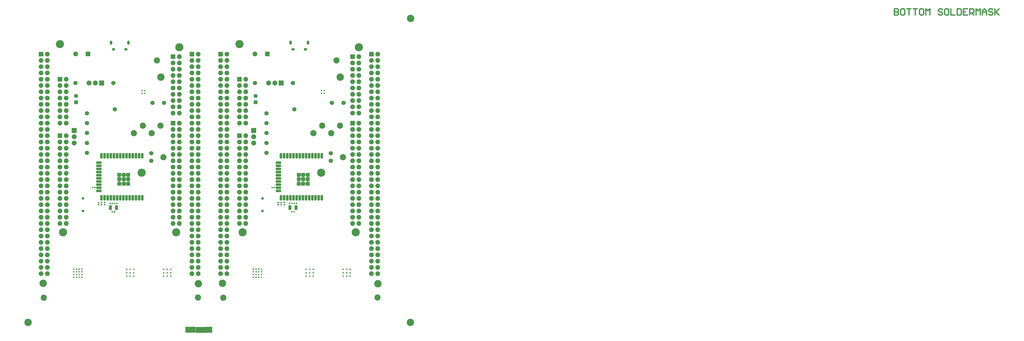
<source format=gbs>
G04*
G04 #@! TF.GenerationSoftware,Altium Limited,Altium Designer,20.1.11 (218)*
G04*
G04 Layer_Color=16711935*
%FSLAX24Y24*%
%MOIN*%
G70*
G04*
G04 #@! TF.SameCoordinates,2582DA11-84A4-45EB-A450-3A0221363A72*
G04*
G04*
G04 #@! TF.FilePolarity,Negative*
G04*
G01*
G75*
%ADD13C,0.0200*%
%ADD197R,0.0935X0.0935*%
%ADD198R,0.1644X0.0935*%
%ADD200C,0.1181*%
G04:AMPARAMS|DCode=202|XSize=23.9mil|YSize=23.9mil|CornerRadius=8mil|HoleSize=0mil|Usage=FLASHONLY|Rotation=180.000|XOffset=0mil|YOffset=0mil|HoleType=Round|Shape=RoundedRectangle|*
%AMROUNDEDRECTD202*
21,1,0.0239,0.0080,0,0,180.0*
21,1,0.0080,0.0239,0,0,180.0*
1,1,0.0159,-0.0040,0.0040*
1,1,0.0159,0.0040,0.0040*
1,1,0.0159,0.0040,-0.0040*
1,1,0.0159,-0.0040,-0.0040*
%
%ADD202ROUNDEDRECTD202*%
G04:AMPARAMS|DCode=205|XSize=23.9mil|YSize=23.9mil|CornerRadius=8mil|HoleSize=0mil|Usage=FLASHONLY|Rotation=90.000|XOffset=0mil|YOffset=0mil|HoleType=Round|Shape=RoundedRectangle|*
%AMROUNDEDRECTD205*
21,1,0.0239,0.0080,0,0,90.0*
21,1,0.0080,0.0239,0,0,90.0*
1,1,0.0159,0.0040,0.0040*
1,1,0.0159,0.0040,-0.0040*
1,1,0.0159,-0.0040,-0.0040*
1,1,0.0159,-0.0040,0.0040*
%
%ADD205ROUNDEDRECTD205*%
G04:AMPARAMS|DCode=259|XSize=53.1mil|YSize=41.3mil|CornerRadius=20.7mil|HoleSize=0mil|Usage=FLASHONLY|Rotation=180.000|XOffset=0mil|YOffset=0mil|HoleType=Round|Shape=RoundedRectangle|*
%AMROUNDEDRECTD259*
21,1,0.0531,0.0000,0,0,180.0*
21,1,0.0118,0.0413,0,0,180.0*
1,1,0.0413,-0.0059,0.0000*
1,1,0.0413,0.0059,0.0000*
1,1,0.0413,0.0059,0.0000*
1,1,0.0413,-0.0059,0.0000*
%
%ADD259ROUNDEDRECTD259*%
G04:AMPARAMS|DCode=260|XSize=41.3mil|YSize=65mil|CornerRadius=20.7mil|HoleSize=0mil|Usage=FLASHONLY|Rotation=180.000|XOffset=0mil|YOffset=0mil|HoleType=Round|Shape=RoundedRectangle|*
%AMROUNDEDRECTD260*
21,1,0.0413,0.0236,0,0,180.0*
21,1,0.0000,0.0650,0,0,180.0*
1,1,0.0413,0.0000,0.0118*
1,1,0.0413,0.0000,0.0118*
1,1,0.0413,0.0000,-0.0118*
1,1,0.0413,0.0000,-0.0118*
%
%ADD260ROUNDEDRECTD260*%
%ADD261R,0.0640X0.0640*%
%ADD262C,0.0640*%
%ADD263C,0.0434*%
%ADD264C,0.0680*%
%ADD265C,0.0749*%
%ADD266R,0.0749X0.0749*%
%ADD267C,0.1300*%
%ADD268C,0.0985*%
%ADD269R,0.0787X0.0787*%
%ADD270C,0.0787*%
%ADD271C,0.0768*%
%ADD272R,0.0768X0.0768*%
%ADD273R,0.0787X0.0787*%
%ADD274C,0.0197*%
%ADD275C,0.0237*%
%ADD276C,0.0240*%
%ADD277R,0.0935X0.0935*%
G04:AMPARAMS|DCode=278|XSize=84.3mil|YSize=40.9mil|CornerRadius=6.3mil|HoleSize=0mil|Usage=FLASHONLY|Rotation=270.000|XOffset=0mil|YOffset=0mil|HoleType=Round|Shape=RoundedRectangle|*
%AMROUNDEDRECTD278*
21,1,0.0843,0.0283,0,0,270.0*
21,1,0.0717,0.0409,0,0,270.0*
1,1,0.0126,-0.0142,-0.0358*
1,1,0.0126,-0.0142,0.0358*
1,1,0.0126,0.0142,0.0358*
1,1,0.0126,0.0142,-0.0358*
%
%ADD278ROUNDEDRECTD278*%
G04:AMPARAMS|DCode=279|XSize=84.3mil|YSize=40.9mil|CornerRadius=6.3mil|HoleSize=0mil|Usage=FLASHONLY|Rotation=0.000|XOffset=0mil|YOffset=0mil|HoleType=Round|Shape=RoundedRectangle|*
%AMROUNDEDRECTD279*
21,1,0.0843,0.0283,0,0,0.0*
21,1,0.0717,0.0409,0,0,0.0*
1,1,0.0126,0.0358,-0.0142*
1,1,0.0126,-0.0358,-0.0142*
1,1,0.0126,-0.0358,0.0142*
1,1,0.0126,0.0358,0.0142*
%
%ADD279ROUNDEDRECTD279*%
G04:AMPARAMS|DCode=280|XSize=40.9mil|YSize=84.3mil|CornerRadius=6.3mil|HoleSize=0mil|Usage=FLASHONLY|Rotation=0.000|XOffset=0mil|YOffset=0mil|HoleType=Round|Shape=RoundedRectangle|*
%AMROUNDEDRECTD280*
21,1,0.0409,0.0717,0,0,0.0*
21,1,0.0283,0.0843,0,0,0.0*
1,1,0.0126,0.0142,-0.0358*
1,1,0.0126,-0.0142,-0.0358*
1,1,0.0126,-0.0142,0.0358*
1,1,0.0126,0.0142,0.0358*
%
%ADD280ROUNDEDRECTD280*%
G04:AMPARAMS|DCode=281|XSize=57.9mil|YSize=57.9mil|CornerRadius=0mil|HoleSize=0mil|Usage=FLASHONLY|Rotation=270.000|XOffset=0mil|YOffset=0mil|HoleType=Round|Shape=RoundedRectangle|*
%AMROUNDEDRECTD281*
21,1,0.0579,0.0579,0,0,270.0*
21,1,0.0579,0.0579,0,0,270.0*
1,1,0.0000,-0.0289,-0.0289*
1,1,0.0000,-0.0289,0.0289*
1,1,0.0000,0.0289,0.0289*
1,1,0.0000,0.0289,-0.0289*
%
%ADD281ROUNDEDRECTD281*%
G04:AMPARAMS|DCode=282|XSize=76.4mil|YSize=44.9mil|CornerRadius=6.7mil|HoleSize=0mil|Usage=FLASHONLY|Rotation=270.000|XOffset=0mil|YOffset=0mil|HoleType=Round|Shape=RoundedRectangle|*
%AMROUNDEDRECTD282*
21,1,0.0764,0.0315,0,0,270.0*
21,1,0.0630,0.0449,0,0,270.0*
1,1,0.0134,-0.0157,-0.0315*
1,1,0.0134,-0.0157,0.0315*
1,1,0.0134,0.0157,0.0315*
1,1,0.0134,0.0157,-0.0315*
%
%ADD282ROUNDEDRECTD282*%
D13*
X108975Y47300D02*
Y46300D01*
X109475D01*
X109642Y46467D01*
Y46634D01*
X109475Y46800D01*
X108975D01*
X109475D01*
X109642Y46967D01*
Y47134D01*
X109475Y47300D01*
X108975D01*
X110475D02*
X110141D01*
X109975Y47134D01*
Y46467D01*
X110141Y46300D01*
X110475D01*
X110641Y46467D01*
Y47134D01*
X110475Y47300D01*
X110975D02*
X111641D01*
X111308D01*
Y46300D01*
X111974Y47300D02*
X112641D01*
X112307D01*
Y46300D01*
X113474Y47300D02*
X113140D01*
X112974Y47134D01*
Y46467D01*
X113140Y46300D01*
X113474D01*
X113640Y46467D01*
Y47134D01*
X113474Y47300D01*
X113974Y46300D02*
Y47300D01*
X114307Y46967D01*
X114640Y47300D01*
Y46300D01*
X116639Y47134D02*
X116473Y47300D01*
X116140D01*
X115973Y47134D01*
Y46967D01*
X116140Y46800D01*
X116473D01*
X116639Y46634D01*
Y46467D01*
X116473Y46300D01*
X116140D01*
X115973Y46467D01*
X117472Y47300D02*
X117139D01*
X116973Y47134D01*
Y46467D01*
X117139Y46300D01*
X117472D01*
X117639Y46467D01*
Y47134D01*
X117472Y47300D01*
X117972D02*
Y46300D01*
X118639D01*
X118972Y47300D02*
Y46300D01*
X119472D01*
X119638Y46467D01*
Y47134D01*
X119472Y47300D01*
X118972D01*
X120638D02*
X119972D01*
Y46300D01*
X120638D01*
X119972Y46800D02*
X120305D01*
X120971Y46300D02*
Y47300D01*
X121471D01*
X121638Y47134D01*
Y46800D01*
X121471Y46634D01*
X120971D01*
X121305D02*
X121638Y46300D01*
X121971D02*
Y47300D01*
X122304Y46967D01*
X122637Y47300D01*
Y46300D01*
X122971D02*
Y46967D01*
X123304Y47300D01*
X123637Y46967D01*
Y46300D01*
Y46800D01*
X122971D01*
X124637Y47134D02*
X124470Y47300D01*
X124137D01*
X123970Y47134D01*
Y46967D01*
X124137Y46800D01*
X124470D01*
X124637Y46634D01*
Y46467D01*
X124470Y46300D01*
X124137D01*
X123970Y46467D01*
X124970Y47300D02*
Y46300D01*
Y46634D01*
X125636Y47300D01*
X125137Y46800D01*
X125636Y46300D01*
D197*
X-837Y-3906D02*
D03*
X-1722D02*
D03*
D198*
X-3031Y-3856D02*
D03*
D200*
X-28861Y-2694D02*
D03*
X32012Y45766D02*
D03*
X31955Y-2694D02*
D03*
X-1750Y3471D02*
D03*
X-7744Y36402D02*
D03*
X-26479Y3547D02*
D03*
X26809Y3471D02*
D03*
X20815Y36402D02*
D03*
X2080Y3547D02*
D03*
D202*
X-16669Y16417D02*
D03*
Y16067D02*
D03*
X-17171Y16406D02*
D03*
Y16056D02*
D03*
X-17624Y16406D02*
D03*
Y16056D02*
D03*
X11890Y16417D02*
D03*
Y16067D02*
D03*
X11388Y16406D02*
D03*
Y16056D02*
D03*
X10935Y16406D02*
D03*
Y16056D02*
D03*
D205*
X-15103Y14932D02*
D03*
X-15453D02*
D03*
X-14732Y16255D02*
D03*
X-15082D02*
D03*
X-15814D02*
D03*
X-15464D02*
D03*
X-18593Y18811D02*
D03*
X-18243D02*
D03*
X13456Y14932D02*
D03*
X13106D02*
D03*
X13827Y16255D02*
D03*
X13477D02*
D03*
X12745D02*
D03*
X13095D02*
D03*
X9966Y18811D02*
D03*
X10316D02*
D03*
D259*
X-15266Y40819D02*
D03*
X-13298D02*
D03*
X13293D02*
D03*
X15261D02*
D03*
D260*
X-15660Y41882D02*
D03*
X-12904D02*
D03*
X12899D02*
D03*
X15655D02*
D03*
D261*
X-21221Y32396D02*
D03*
X7338D02*
D03*
D262*
X-21221Y33396D02*
D03*
X7338D02*
D03*
D263*
X-20137Y15059D02*
D03*
Y17070D02*
D03*
X8422Y15059D02*
D03*
Y17070D02*
D03*
D264*
X-9272Y23067D02*
D03*
X-9258Y24254D02*
D03*
X-19488Y25911D02*
D03*
Y29067D02*
D03*
Y27489D02*
D03*
Y24332D02*
D03*
Y30646D02*
D03*
X-7228Y32288D02*
D03*
X-9078D02*
D03*
X-21326Y35479D02*
D03*
X-15300D02*
D03*
X-15052Y31268D02*
D03*
X19287Y23067D02*
D03*
X19301Y24254D02*
D03*
X9071Y25911D02*
D03*
Y29067D02*
D03*
Y27489D02*
D03*
Y24332D02*
D03*
Y30646D02*
D03*
X21331Y32288D02*
D03*
X19481D02*
D03*
X7233Y35479D02*
D03*
X13259D02*
D03*
X13507Y31268D02*
D03*
D265*
X-1785Y40049D02*
D03*
X-2785Y39049D02*
D03*
X-1785D02*
D03*
Y37049D02*
D03*
Y38049D02*
D03*
Y36049D02*
D03*
X-2785Y37049D02*
D03*
Y38049D02*
D03*
Y36049D02*
D03*
X-1785Y34049D02*
D03*
Y35049D02*
D03*
Y32049D02*
D03*
Y33049D02*
D03*
X-2785Y31049D02*
D03*
Y32049D02*
D03*
X-1785Y31049D02*
D03*
Y29049D02*
D03*
Y30049D02*
D03*
Y28049D02*
D03*
Y27049D02*
D03*
X-2785Y30049D02*
D03*
X-1785Y26049D02*
D03*
X-2785Y34049D02*
D03*
Y35049D02*
D03*
Y33049D02*
D03*
Y28049D02*
D03*
Y29049D02*
D03*
Y26049D02*
D03*
Y27049D02*
D03*
X-4785Y39659D02*
D03*
Y37659D02*
D03*
Y38659D02*
D03*
X-5785D02*
D03*
X-4785Y36659D02*
D03*
Y35659D02*
D03*
X-5785Y37659D02*
D03*
Y36659D02*
D03*
X-4785Y33659D02*
D03*
Y34659D02*
D03*
Y31659D02*
D03*
Y32659D02*
D03*
X-5785Y33659D02*
D03*
X-4785Y26059D02*
D03*
Y27059D02*
D03*
Y25059D02*
D03*
Y29059D02*
D03*
Y30659D02*
D03*
Y28059D02*
D03*
X-5785Y34659D02*
D03*
Y35659D02*
D03*
Y31659D02*
D03*
Y32659D02*
D03*
Y30659D02*
D03*
Y26059D02*
D03*
Y27059D02*
D03*
Y25059D02*
D03*
Y28059D02*
D03*
X-1785Y21049D02*
D03*
Y22049D02*
D03*
Y18049D02*
D03*
Y19049D02*
D03*
Y24049D02*
D03*
Y25049D02*
D03*
Y23049D02*
D03*
X-2785D02*
D03*
Y24049D02*
D03*
X-1785Y20049D02*
D03*
X-2785Y22049D02*
D03*
Y20049D02*
D03*
Y21049D02*
D03*
Y19049D02*
D03*
X-1785Y16049D02*
D03*
Y17049D02*
D03*
Y15049D02*
D03*
X-2785Y17049D02*
D03*
Y18049D02*
D03*
Y16049D02*
D03*
X-1785Y13049D02*
D03*
Y14049D02*
D03*
Y11049D02*
D03*
Y12049D02*
D03*
X-2785Y14049D02*
D03*
Y15049D02*
D03*
Y12049D02*
D03*
X-1785Y6049D02*
D03*
Y7049D02*
D03*
Y5049D02*
D03*
Y9049D02*
D03*
Y10049D02*
D03*
Y8049D02*
D03*
X-2785Y7049D02*
D03*
Y8049D02*
D03*
Y5049D02*
D03*
Y6049D02*
D03*
Y10049D02*
D03*
Y13049D02*
D03*
Y9049D02*
D03*
Y25049D02*
D03*
X-4785Y24059D02*
D03*
Y22059D02*
D03*
Y23059D02*
D03*
Y20059D02*
D03*
Y21059D02*
D03*
Y19059D02*
D03*
X-5785Y23059D02*
D03*
Y24059D02*
D03*
Y22059D02*
D03*
Y21059D02*
D03*
Y19059D02*
D03*
Y20059D02*
D03*
Y18059D02*
D03*
X-4785Y17059D02*
D03*
Y18059D02*
D03*
Y15059D02*
D03*
Y16059D02*
D03*
X-5785D02*
D03*
Y17059D02*
D03*
Y15059D02*
D03*
X-4785Y13059D02*
D03*
Y14059D02*
D03*
X-2785Y11049D02*
D03*
X-5785Y13059D02*
D03*
Y14059D02*
D03*
X-22785Y36049D02*
D03*
Y34049D02*
D03*
Y35049D02*
D03*
X-23785Y33049D02*
D03*
Y34049D02*
D03*
X-22785Y33049D02*
D03*
Y32049D02*
D03*
X-23785Y35049D02*
D03*
Y32049D02*
D03*
X-22785Y30049D02*
D03*
Y31049D02*
D03*
Y29049D02*
D03*
Y26049D02*
D03*
Y27049D02*
D03*
Y25049D02*
D03*
Y24049D02*
D03*
Y23049D02*
D03*
X-23785D02*
D03*
X-22785Y22049D02*
D03*
X-23785Y30049D02*
D03*
Y31049D02*
D03*
Y29049D02*
D03*
Y25049D02*
D03*
Y26049D02*
D03*
Y24049D02*
D03*
X-25785Y39049D02*
D03*
Y40049D02*
D03*
Y37049D02*
D03*
X-26785Y39049D02*
D03*
X-25785Y38049D02*
D03*
Y36049D02*
D03*
Y35049D02*
D03*
X-26785D02*
D03*
Y36049D02*
D03*
Y34049D02*
D03*
Y38049D02*
D03*
Y37049D02*
D03*
X-25785Y30049D02*
D03*
Y31049D02*
D03*
Y28049D02*
D03*
Y29049D02*
D03*
Y33049D02*
D03*
Y34049D02*
D03*
Y32049D02*
D03*
Y27049D02*
D03*
Y24049D02*
D03*
Y25049D02*
D03*
Y23049D02*
D03*
X-26785Y29049D02*
D03*
Y30049D02*
D03*
Y27049D02*
D03*
Y28049D02*
D03*
Y32049D02*
D03*
Y33049D02*
D03*
Y31049D02*
D03*
X-25785Y26049D02*
D03*
X-26785D02*
D03*
X-25785Y22049D02*
D03*
X-26785Y24049D02*
D03*
Y25049D02*
D03*
Y23049D02*
D03*
X-22785Y20049D02*
D03*
Y21049D02*
D03*
Y18049D02*
D03*
Y19049D02*
D03*
Y15049D02*
D03*
Y14049D02*
D03*
Y13049D02*
D03*
X-23785Y21049D02*
D03*
Y22049D02*
D03*
Y18049D02*
D03*
Y20049D02*
D03*
Y17049D02*
D03*
X-22785D02*
D03*
Y16049D02*
D03*
X-23785Y15049D02*
D03*
Y16049D02*
D03*
Y14049D02*
D03*
Y13049D02*
D03*
X-25785Y20049D02*
D03*
Y21049D02*
D03*
X-23785Y19049D02*
D03*
X-25785D02*
D03*
Y17049D02*
D03*
Y18049D02*
D03*
Y16049D02*
D03*
X-26785Y18049D02*
D03*
Y19049D02*
D03*
Y16049D02*
D03*
Y17049D02*
D03*
Y21049D02*
D03*
Y22049D02*
D03*
Y20049D02*
D03*
X-25785Y14049D02*
D03*
Y15049D02*
D03*
Y12049D02*
D03*
Y13049D02*
D03*
Y11049D02*
D03*
X-26785Y12049D02*
D03*
X-25785Y10049D02*
D03*
Y8049D02*
D03*
Y9049D02*
D03*
Y7049D02*
D03*
Y5049D02*
D03*
Y6049D02*
D03*
X-26785Y5049D02*
D03*
Y10049D02*
D03*
Y11049D02*
D03*
Y9049D02*
D03*
Y14049D02*
D03*
Y15049D02*
D03*
Y13049D02*
D03*
Y7049D02*
D03*
Y8049D02*
D03*
Y6049D02*
D03*
X26774Y40049D02*
D03*
X25774Y39049D02*
D03*
X26774D02*
D03*
Y37049D02*
D03*
Y38049D02*
D03*
Y36049D02*
D03*
X25774Y37049D02*
D03*
Y38049D02*
D03*
Y36049D02*
D03*
X26774Y34049D02*
D03*
Y35049D02*
D03*
Y32049D02*
D03*
Y33049D02*
D03*
X25774Y31049D02*
D03*
Y32049D02*
D03*
X26774Y31049D02*
D03*
Y29049D02*
D03*
Y30049D02*
D03*
Y28049D02*
D03*
Y27049D02*
D03*
X25774Y30049D02*
D03*
X26774Y26049D02*
D03*
X25774Y34049D02*
D03*
Y35049D02*
D03*
Y33049D02*
D03*
Y28049D02*
D03*
Y29049D02*
D03*
Y26049D02*
D03*
Y27049D02*
D03*
X23774Y39659D02*
D03*
Y37659D02*
D03*
Y38659D02*
D03*
X22774D02*
D03*
X23774Y36659D02*
D03*
Y35659D02*
D03*
X22774Y37659D02*
D03*
Y36659D02*
D03*
X23774Y33659D02*
D03*
Y34659D02*
D03*
Y31659D02*
D03*
Y32659D02*
D03*
X22774Y33659D02*
D03*
X23774Y26059D02*
D03*
Y27059D02*
D03*
Y25059D02*
D03*
Y29059D02*
D03*
Y30659D02*
D03*
Y28059D02*
D03*
X22774Y34659D02*
D03*
Y35659D02*
D03*
Y31659D02*
D03*
Y32659D02*
D03*
Y30659D02*
D03*
Y26059D02*
D03*
Y27059D02*
D03*
Y25059D02*
D03*
Y28059D02*
D03*
X26774Y21049D02*
D03*
Y22049D02*
D03*
Y18049D02*
D03*
Y19049D02*
D03*
Y24049D02*
D03*
Y25049D02*
D03*
Y23049D02*
D03*
X25774D02*
D03*
Y24049D02*
D03*
X26774Y20049D02*
D03*
X25774Y22049D02*
D03*
Y20049D02*
D03*
Y21049D02*
D03*
Y19049D02*
D03*
X26774Y16049D02*
D03*
Y17049D02*
D03*
Y15049D02*
D03*
X25774Y17049D02*
D03*
Y18049D02*
D03*
Y16049D02*
D03*
X26774Y13049D02*
D03*
Y14049D02*
D03*
Y11049D02*
D03*
Y12049D02*
D03*
X25774Y14049D02*
D03*
Y15049D02*
D03*
Y12049D02*
D03*
X26774Y6049D02*
D03*
Y7049D02*
D03*
Y5049D02*
D03*
Y9049D02*
D03*
Y10049D02*
D03*
Y8049D02*
D03*
X25774Y7049D02*
D03*
Y8049D02*
D03*
Y5049D02*
D03*
Y6049D02*
D03*
Y10049D02*
D03*
Y13049D02*
D03*
Y9049D02*
D03*
Y25049D02*
D03*
X23774Y24059D02*
D03*
Y22059D02*
D03*
Y23059D02*
D03*
Y20059D02*
D03*
Y21059D02*
D03*
Y19059D02*
D03*
X22774Y23059D02*
D03*
Y24059D02*
D03*
Y22059D02*
D03*
Y21059D02*
D03*
Y19059D02*
D03*
Y20059D02*
D03*
Y18059D02*
D03*
X23774Y17059D02*
D03*
Y18059D02*
D03*
Y15059D02*
D03*
Y16059D02*
D03*
X22774D02*
D03*
Y17059D02*
D03*
Y15059D02*
D03*
X23774Y13059D02*
D03*
Y14059D02*
D03*
X25774Y11049D02*
D03*
X22774Y13059D02*
D03*
Y14059D02*
D03*
X5774Y36049D02*
D03*
Y34049D02*
D03*
Y35049D02*
D03*
X4774Y33049D02*
D03*
Y34049D02*
D03*
X5774Y33049D02*
D03*
Y32049D02*
D03*
X4774Y35049D02*
D03*
Y32049D02*
D03*
X5774Y30049D02*
D03*
Y31049D02*
D03*
Y29049D02*
D03*
Y26049D02*
D03*
Y27049D02*
D03*
Y25049D02*
D03*
Y24049D02*
D03*
Y23049D02*
D03*
X4774D02*
D03*
X5774Y22049D02*
D03*
X4774Y30049D02*
D03*
Y31049D02*
D03*
Y29049D02*
D03*
Y25049D02*
D03*
Y26049D02*
D03*
Y24049D02*
D03*
X2774Y39049D02*
D03*
Y40049D02*
D03*
Y37049D02*
D03*
X1774Y39049D02*
D03*
X2774Y38049D02*
D03*
Y36049D02*
D03*
Y35049D02*
D03*
X1774D02*
D03*
Y36049D02*
D03*
Y34049D02*
D03*
Y38049D02*
D03*
Y37049D02*
D03*
X2774Y30049D02*
D03*
Y31049D02*
D03*
Y28049D02*
D03*
Y29049D02*
D03*
Y33049D02*
D03*
Y34049D02*
D03*
Y32049D02*
D03*
Y27049D02*
D03*
Y24049D02*
D03*
Y25049D02*
D03*
Y23049D02*
D03*
X1774Y29049D02*
D03*
Y30049D02*
D03*
Y27049D02*
D03*
Y28049D02*
D03*
Y32049D02*
D03*
Y33049D02*
D03*
Y31049D02*
D03*
X2774Y26049D02*
D03*
X1774D02*
D03*
X2774Y22049D02*
D03*
X1774Y24049D02*
D03*
Y25049D02*
D03*
Y23049D02*
D03*
X5774Y20049D02*
D03*
Y21049D02*
D03*
Y18049D02*
D03*
Y19049D02*
D03*
Y15049D02*
D03*
Y14049D02*
D03*
Y13049D02*
D03*
X4774Y21049D02*
D03*
Y22049D02*
D03*
Y18049D02*
D03*
Y20049D02*
D03*
Y17049D02*
D03*
X5774D02*
D03*
Y16049D02*
D03*
X4774Y15049D02*
D03*
Y16049D02*
D03*
Y14049D02*
D03*
Y13049D02*
D03*
X2774Y20049D02*
D03*
Y21049D02*
D03*
X4774Y19049D02*
D03*
X2774D02*
D03*
Y17049D02*
D03*
Y18049D02*
D03*
Y16049D02*
D03*
X1774Y18049D02*
D03*
Y19049D02*
D03*
Y16049D02*
D03*
Y17049D02*
D03*
Y21049D02*
D03*
Y22049D02*
D03*
Y20049D02*
D03*
X2774Y14049D02*
D03*
Y15049D02*
D03*
Y12049D02*
D03*
Y13049D02*
D03*
Y11049D02*
D03*
X1774Y12049D02*
D03*
X2774Y10049D02*
D03*
Y8049D02*
D03*
Y9049D02*
D03*
Y7049D02*
D03*
Y5049D02*
D03*
Y6049D02*
D03*
X1774Y5049D02*
D03*
Y10049D02*
D03*
Y11049D02*
D03*
Y9049D02*
D03*
Y14049D02*
D03*
Y15049D02*
D03*
Y13049D02*
D03*
Y7049D02*
D03*
Y8049D02*
D03*
Y6049D02*
D03*
D266*
X-2785Y40049D02*
D03*
X-5785Y39659D02*
D03*
Y29059D02*
D03*
X-23785Y36049D02*
D03*
Y27049D02*
D03*
X-26785Y40049D02*
D03*
X25774D02*
D03*
X22774Y39659D02*
D03*
Y29059D02*
D03*
X4774Y36049D02*
D03*
Y27049D02*
D03*
X1774Y40049D02*
D03*
D267*
X-4785Y41159D02*
D03*
X-10785Y21159D02*
D03*
X-5285Y11659D02*
D03*
X-23785Y41659D02*
D03*
X-23285Y11659D02*
D03*
X23774Y41159D02*
D03*
X17774Y21159D02*
D03*
X23274Y11659D02*
D03*
X4774Y41659D02*
D03*
X5274Y11659D02*
D03*
D268*
X-8354Y39077D02*
D03*
X-12022Y27479D02*
D03*
X-7338Y23618D02*
D03*
X-10613Y28675D02*
D03*
X-7798D02*
D03*
X-9205Y27479D02*
D03*
X-26349Y1225D02*
D03*
X-1825Y1270D02*
D03*
X20205Y39077D02*
D03*
X16537Y27479D02*
D03*
X21221Y23618D02*
D03*
X17946Y28675D02*
D03*
X20761D02*
D03*
X19354Y27479D02*
D03*
X2211Y1225D02*
D03*
X26734Y1270D02*
D03*
D269*
X-21521Y27913D02*
D03*
X7038D02*
D03*
D270*
X-21521Y26913D02*
D03*
Y25913D02*
D03*
X-19159Y35479D02*
D03*
X-18159D02*
D03*
X7038Y26913D02*
D03*
Y25913D02*
D03*
X9400Y35479D02*
D03*
X10400D02*
D03*
D271*
X-21311Y40102D02*
D03*
X7248D02*
D03*
D272*
X-19343D02*
D03*
X9216D02*
D03*
D273*
X-17159Y35479D02*
D03*
X11400D02*
D03*
D274*
X-13280Y20121D02*
D03*
Y19398D02*
D03*
Y20843D02*
D03*
X-14002D02*
D03*
Y19398D02*
D03*
X-12918Y20482D02*
D03*
X-14363D02*
D03*
X-13641D02*
D03*
X-12918Y19760D02*
D03*
X-14363D02*
D03*
X-13641D02*
D03*
X-14002Y20121D02*
D03*
X15279D02*
D03*
Y19398D02*
D03*
Y20843D02*
D03*
X14557D02*
D03*
Y19398D02*
D03*
X15641Y20482D02*
D03*
X14196D02*
D03*
X14918D02*
D03*
X15641Y19760D02*
D03*
X14196D02*
D03*
X14918D02*
D03*
X14557Y20121D02*
D03*
D275*
X-20286Y5803D02*
D03*
Y5370D02*
D03*
Y4937D02*
D03*
Y4504D02*
D03*
X-20719Y5803D02*
D03*
Y4504D02*
D03*
X-21152Y5803D02*
D03*
X-21585D02*
D03*
Y5370D02*
D03*
Y4937D02*
D03*
Y4504D02*
D03*
X-21152D02*
D03*
X-20719Y4937D02*
D03*
Y5370D02*
D03*
X-21152Y4937D02*
D03*
X-21132Y5370D02*
D03*
X-13174Y5211D02*
D03*
Y5763D02*
D03*
X-12622D02*
D03*
Y5211D02*
D03*
X-6180Y5763D02*
D03*
Y5211D02*
D03*
Y4660D02*
D03*
X-6731D02*
D03*
X-7283D02*
D03*
Y5211D02*
D03*
Y5763D02*
D03*
X-6731D02*
D03*
Y5211D02*
D03*
X-12071Y5763D02*
D03*
Y5211D02*
D03*
Y4660D02*
D03*
X-12622D02*
D03*
X-13174D02*
D03*
X8273Y5803D02*
D03*
Y5370D02*
D03*
Y4937D02*
D03*
Y4504D02*
D03*
X7840Y5803D02*
D03*
Y4504D02*
D03*
X7407Y5803D02*
D03*
X6974D02*
D03*
Y5370D02*
D03*
Y4937D02*
D03*
Y4504D02*
D03*
X7407D02*
D03*
X7840Y4937D02*
D03*
Y5370D02*
D03*
X7407Y4937D02*
D03*
X7427Y5370D02*
D03*
X15385Y5211D02*
D03*
Y5763D02*
D03*
X15937D02*
D03*
Y5211D02*
D03*
X22379Y5763D02*
D03*
Y5211D02*
D03*
Y4660D02*
D03*
X21828D02*
D03*
X21276D02*
D03*
Y5211D02*
D03*
Y5763D02*
D03*
X21828D02*
D03*
Y5211D02*
D03*
X16488Y5763D02*
D03*
Y5211D02*
D03*
Y4660D02*
D03*
X15937D02*
D03*
X15385D02*
D03*
D276*
X-10303Y34266D02*
D03*
Y33832D02*
D03*
X-10736Y34266D02*
D03*
Y33832D02*
D03*
X18256Y34266D02*
D03*
Y33832D02*
D03*
X17823Y34266D02*
D03*
Y33832D02*
D03*
D277*
X-19Y-3856D02*
D03*
D278*
X-10688Y23861D02*
D03*
X-11188D02*
D03*
X-11688D02*
D03*
X-12188D02*
D03*
X-12688D02*
D03*
X-13188D02*
D03*
X-13688D02*
D03*
X-14188D02*
D03*
X-14688D02*
D03*
X-15188D02*
D03*
X-15688D02*
D03*
X-16188D02*
D03*
X-16688D02*
D03*
X-17188D02*
D03*
Y17168D02*
D03*
X-16688D02*
D03*
X-16188D02*
D03*
X-15688D02*
D03*
X-15188D02*
D03*
X-14688D02*
D03*
X-14188D02*
D03*
X-13688D02*
D03*
X-13188D02*
D03*
X-12688D02*
D03*
X-12188D02*
D03*
X-11688D02*
D03*
X-11188D02*
D03*
X17871Y23861D02*
D03*
X17371D02*
D03*
X16871D02*
D03*
X16371D02*
D03*
X15871D02*
D03*
X15371D02*
D03*
X14871D02*
D03*
X14371D02*
D03*
X13871D02*
D03*
X13371D02*
D03*
X12871D02*
D03*
X12371D02*
D03*
X11871D02*
D03*
X11371D02*
D03*
Y17168D02*
D03*
X11871D02*
D03*
X12371D02*
D03*
X12871D02*
D03*
X13371D02*
D03*
X13871D02*
D03*
X14371D02*
D03*
X14871D02*
D03*
X15371D02*
D03*
X15871D02*
D03*
X16371D02*
D03*
X16871D02*
D03*
X17371D02*
D03*
D279*
X-17582Y18265D02*
D03*
Y19765D02*
D03*
Y20765D02*
D03*
Y22265D02*
D03*
Y19265D02*
D03*
Y18765D02*
D03*
Y20265D02*
D03*
Y21765D02*
D03*
Y22765D02*
D03*
Y21265D02*
D03*
X10977Y18265D02*
D03*
Y19765D02*
D03*
Y20765D02*
D03*
Y22265D02*
D03*
Y19265D02*
D03*
Y18765D02*
D03*
Y20265D02*
D03*
Y21765D02*
D03*
Y22765D02*
D03*
Y21265D02*
D03*
D280*
X-10688Y17168D02*
D03*
X17871D02*
D03*
D281*
X-13641Y19398D02*
D03*
Y20843D02*
D03*
X-12918D02*
D03*
X-13641Y20121D02*
D03*
X-14363Y20843D02*
D03*
Y20121D02*
D03*
Y19398D02*
D03*
X-12918Y20121D02*
D03*
Y19398D02*
D03*
X14918D02*
D03*
Y20843D02*
D03*
X15641D02*
D03*
X14918Y20121D02*
D03*
X14196Y20843D02*
D03*
Y20121D02*
D03*
Y19398D02*
D03*
X15641Y20121D02*
D03*
Y19398D02*
D03*
D282*
X-14785Y15594D02*
D03*
X-15769D02*
D03*
X13774D02*
D03*
X12790D02*
D03*
M02*

</source>
